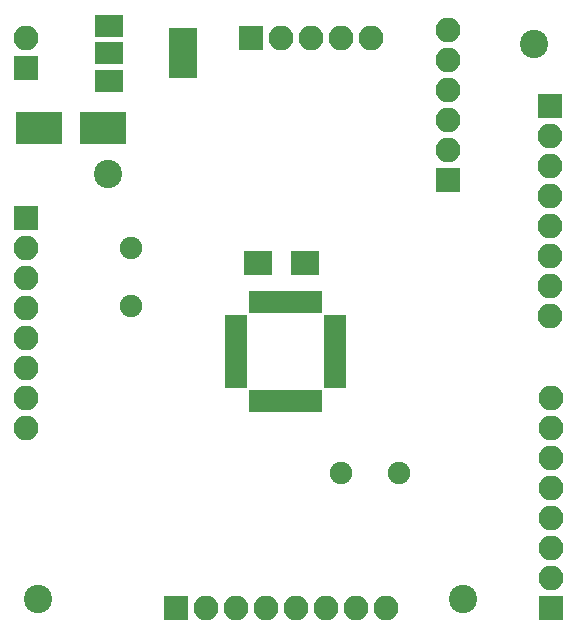
<source format=gts>
G04 #@! TF.FileFunction,Soldermask,Top*
%FSLAX46Y46*%
G04 Gerber Fmt 4.6, Leading zero omitted, Abs format (unit mm)*
G04 Created by KiCad (PCBNEW 4.0.6) date 02/19/18 18:11:23*
%MOMM*%
%LPD*%
G01*
G04 APERTURE LIST*
%ADD10C,0.100000*%
%ADD11C,2.400000*%
%ADD12R,3.900000X2.700000*%
%ADD13R,2.400000X4.200000*%
%ADD14R,2.400000X1.900000*%
%ADD15R,2.400000X2.000000*%
%ADD16R,2.100000X2.100000*%
%ADD17O,2.100000X2.100000*%
%ADD18R,1.850000X0.700000*%
%ADD19R,0.700000X1.850000*%
%ADD20C,1.900000*%
G04 APERTURE END LIST*
D10*
D11*
X156000000Y-64000000D03*
D12*
X119540000Y-71120000D03*
X114140000Y-71120000D03*
D13*
X126340000Y-64770000D03*
D14*
X120040000Y-64770000D03*
X120040000Y-67070000D03*
X120040000Y-62470000D03*
D15*
X132620000Y-82550000D03*
X136620000Y-82550000D03*
D16*
X113030000Y-66040000D03*
D17*
X113030000Y-63500000D03*
D18*
X130800000Y-87250000D03*
X130800000Y-87750000D03*
X130800000Y-88250000D03*
X130800000Y-88750000D03*
X130800000Y-89250000D03*
X130800000Y-89750000D03*
X130800000Y-90250000D03*
X130800000Y-90750000D03*
X130800000Y-91250000D03*
X130800000Y-92250000D03*
X130800000Y-92750000D03*
D19*
X132250000Y-94200000D03*
X132750000Y-94200000D03*
X133250000Y-94200000D03*
X133750000Y-94200000D03*
X134250000Y-94200000D03*
X134750000Y-94200000D03*
X135250000Y-94200000D03*
X135750000Y-94200000D03*
X136250000Y-94200000D03*
X136750000Y-94200000D03*
X137250000Y-94200000D03*
X137750000Y-94200000D03*
D18*
X130800000Y-91750000D03*
X139170000Y-92750000D03*
X139200000Y-92250000D03*
X139200000Y-91750000D03*
X139200000Y-91250000D03*
X139200000Y-90750000D03*
X139200000Y-90250000D03*
X139200000Y-89750000D03*
X139200000Y-89250000D03*
X139200000Y-88750000D03*
X139200000Y-87750000D03*
X139200000Y-87250000D03*
X139200000Y-88250000D03*
D19*
X137750000Y-85800000D03*
X137250000Y-85800000D03*
X136750000Y-85800000D03*
X136250000Y-85800000D03*
X135750000Y-85800000D03*
X135250000Y-85800000D03*
X134750000Y-85800000D03*
X134250000Y-85800000D03*
X133750000Y-85800000D03*
X133250000Y-85800000D03*
X132750000Y-85800000D03*
X132250000Y-85800000D03*
D20*
X121920000Y-81280000D03*
X121920000Y-86160000D03*
X139700000Y-100330000D03*
X144580000Y-100330000D03*
D16*
X113030000Y-78740000D03*
D17*
X113030000Y-81280000D03*
X113030000Y-83820000D03*
X113030000Y-86360000D03*
X113030000Y-88900000D03*
X113030000Y-91440000D03*
X113030000Y-93980000D03*
X113030000Y-96520000D03*
D16*
X125730000Y-111760000D03*
D17*
X128270000Y-111760000D03*
X130810000Y-111760000D03*
X133350000Y-111760000D03*
X135890000Y-111760000D03*
X138430000Y-111760000D03*
X140970000Y-111760000D03*
X143510000Y-111760000D03*
D16*
X148780500Y-75476100D03*
D17*
X148780500Y-72936100D03*
X148780500Y-70396100D03*
X148780500Y-67856100D03*
X148780500Y-65316100D03*
X148780500Y-62776100D03*
D16*
X157480000Y-111760000D03*
D17*
X157480000Y-109220000D03*
X157480000Y-106680000D03*
X157480000Y-104140000D03*
X157480000Y-101600000D03*
X157480000Y-99060000D03*
X157480000Y-96520000D03*
X157480000Y-93980000D03*
D16*
X157353000Y-69253100D03*
D17*
X157353000Y-71793100D03*
X157353000Y-74333100D03*
X157353000Y-76873100D03*
X157353000Y-79413100D03*
X157353000Y-81953100D03*
X157353000Y-84493100D03*
X157353000Y-87033100D03*
D16*
X132080000Y-63500000D03*
D17*
X134620000Y-63500000D03*
X137160000Y-63500000D03*
X139700000Y-63500000D03*
X142240000Y-63500000D03*
D11*
X114000000Y-111000000D03*
X150000000Y-111000000D03*
X120000000Y-75000000D03*
M02*

</source>
